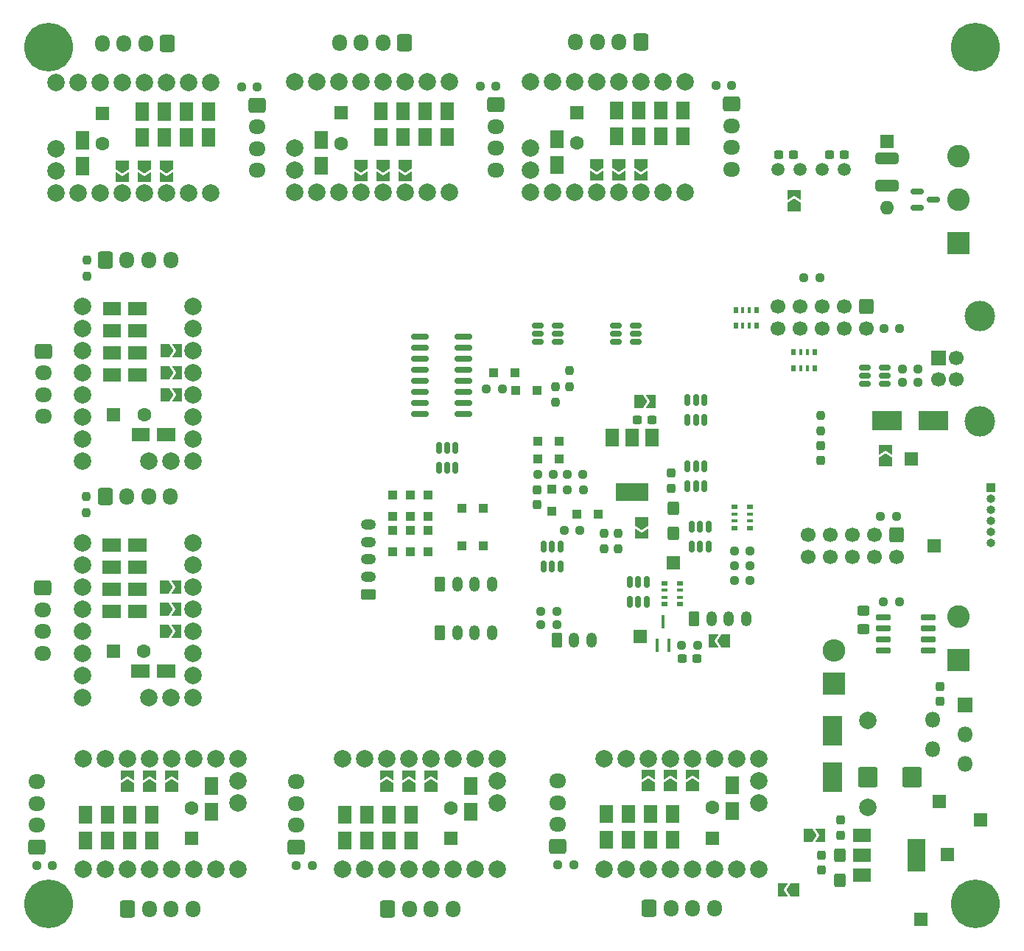
<source format=gbr>
%TF.GenerationSoftware,KiCad,Pcbnew,6.0.10*%
%TF.CreationDate,2023-03-14T21:17:13+03:00*%
%TF.ProjectId,multistepper,6d756c74-6973-4746-9570-7065722e6b69,rev?*%
%TF.SameCoordinates,Original*%
%TF.FileFunction,Soldermask,Bot*%
%TF.FilePolarity,Negative*%
%FSLAX46Y46*%
G04 Gerber Fmt 4.6, Leading zero omitted, Abs format (unit mm)*
G04 Created by KiCad (PCBNEW 6.0.10) date 2023-03-14 21:17:13*
%MOMM*%
%LPD*%
G01*
G04 APERTURE LIST*
G04 Aperture macros list*
%AMRoundRect*
0 Rectangle with rounded corners*
0 $1 Rounding radius*
0 $2 $3 $4 $5 $6 $7 $8 $9 X,Y pos of 4 corners*
0 Add a 4 corners polygon primitive as box body*
4,1,4,$2,$3,$4,$5,$6,$7,$8,$9,$2,$3,0*
0 Add four circle primitives for the rounded corners*
1,1,$1+$1,$2,$3*
1,1,$1+$1,$4,$5*
1,1,$1+$1,$6,$7*
1,1,$1+$1,$8,$9*
0 Add four rect primitives between the rounded corners*
20,1,$1+$1,$2,$3,$4,$5,0*
20,1,$1+$1,$4,$5,$6,$7,0*
20,1,$1+$1,$6,$7,$8,$9,0*
20,1,$1+$1,$8,$9,$2,$3,0*%
%AMFreePoly0*
4,1,6,1.000000,0.000000,0.500000,-0.750000,-0.500000,-0.750000,-0.500000,0.750000,0.500000,0.750000,1.000000,0.000000,1.000000,0.000000,$1*%
%AMFreePoly1*
4,1,6,0.500000,-0.750000,-0.650000,-0.750000,-0.150000,0.000000,-0.650000,0.750000,0.500000,0.750000,0.500000,-0.750000,0.500000,-0.750000,$1*%
G04 Aperture macros list end*
%ADD10RoundRect,0.250000X0.600000X0.725000X-0.600000X0.725000X-0.600000X-0.725000X0.600000X-0.725000X0*%
%ADD11O,1.700000X1.950000*%
%ADD12RoundRect,0.250000X-0.725000X0.600000X-0.725000X-0.600000X0.725000X-0.600000X0.725000X0.600000X0*%
%ADD13O,1.950000X1.700000*%
%ADD14RoundRect,0.250000X0.625000X-0.350000X0.625000X0.350000X-0.625000X0.350000X-0.625000X-0.350000X0*%
%ADD15O,1.750000X1.200000*%
%ADD16RoundRect,0.250000X-0.600000X0.600000X-0.600000X-0.600000X0.600000X-0.600000X0.600000X0.600000X0*%
%ADD17C,1.700000*%
%ADD18RoundRect,0.250000X0.725000X-0.600000X0.725000X0.600000X-0.725000X0.600000X-0.725000X-0.600000X0*%
%ADD19C,5.600000*%
%ADD20R,1.600000X1.600000*%
%ADD21O,1.600000X1.600000*%
%ADD22C,1.600000*%
%ADD23RoundRect,0.250000X-0.350000X-0.625000X0.350000X-0.625000X0.350000X0.625000X-0.350000X0.625000X0*%
%ADD24O,1.200000X1.750000*%
%ADD25RoundRect,0.250000X-0.600000X-0.725000X0.600000X-0.725000X0.600000X0.725000X-0.600000X0.725000X0*%
%ADD26C,2.000000*%
%ADD27R,2.600000X2.600000*%
%ADD28C,2.600000*%
%ADD29R,1.500000X1.500000*%
%ADD30R,1.000000X1.000000*%
%ADD31O,1.000000X1.000000*%
%ADD32C,1.500000*%
%ADD33O,2.600000X2.600000*%
%ADD34R,1.800000X1.800000*%
%ADD35O,1.800000X1.800000*%
%ADD36R,1.700000X1.700000*%
%ADD37C,3.500000*%
%ADD38RoundRect,0.150000X-0.512500X-0.150000X0.512500X-0.150000X0.512500X0.150000X-0.512500X0.150000X0*%
%ADD39FreePoly0,90.000000*%
%ADD40FreePoly0,270.000000*%
%ADD41FreePoly1,90.000000*%
%ADD42FreePoly0,180.000000*%
%ADD43FreePoly0,0.000000*%
%ADD44FreePoly1,0.000000*%
%ADD45RoundRect,0.237500X-0.250000X-0.237500X0.250000X-0.237500X0.250000X0.237500X-0.250000X0.237500X0*%
%ADD46FreePoly1,270.000000*%
%ADD47RoundRect,0.250000X-0.425000X0.537500X-0.425000X-0.537500X0.425000X-0.537500X0.425000X0.537500X0*%
%ADD48R,0.500000X0.800000*%
%ADD49R,0.400000X0.800000*%
%ADD50R,0.800000X0.500000*%
%ADD51R,0.800000X0.400000*%
%ADD52RoundRect,0.150000X-0.587500X-0.150000X0.587500X-0.150000X0.587500X0.150000X-0.587500X0.150000X0*%
%ADD53RoundRect,0.150000X-0.150000X0.512500X-0.150000X-0.512500X0.150000X-0.512500X0.150000X0.512500X0*%
%ADD54RoundRect,0.237500X0.250000X0.237500X-0.250000X0.237500X-0.250000X-0.237500X0.250000X-0.237500X0*%
%ADD55RoundRect,0.237500X-0.237500X0.300000X-0.237500X-0.300000X0.237500X-0.300000X0.237500X0.300000X0*%
%ADD56RoundRect,0.150000X0.825000X0.150000X-0.825000X0.150000X-0.825000X-0.150000X0.825000X-0.150000X0*%
%ADD57RoundRect,0.150000X0.512500X0.150000X-0.512500X0.150000X-0.512500X-0.150000X0.512500X-0.150000X0*%
%ADD58RoundRect,0.237500X-0.237500X0.250000X-0.237500X-0.250000X0.237500X-0.250000X0.237500X0.250000X0*%
%ADD59RoundRect,0.237500X0.300000X0.237500X-0.300000X0.237500X-0.300000X-0.237500X0.300000X-0.237500X0*%
%ADD60RoundRect,0.237500X0.237500X-0.250000X0.237500X0.250000X-0.237500X0.250000X-0.237500X-0.250000X0*%
%ADD61RoundRect,0.250000X0.450000X-0.325000X0.450000X0.325000X-0.450000X0.325000X-0.450000X-0.325000X0*%
%ADD62FreePoly1,180.000000*%
%ADD63R,2.300000X3.500000*%
%ADD64RoundRect,0.237500X0.237500X-0.300000X0.237500X0.300000X-0.237500X0.300000X-0.237500X-0.300000X0*%
%ADD65R,2.000000X1.500000*%
%ADD66R,2.000000X3.800000*%
%ADD67R,3.500000X2.300000*%
%ADD68RoundRect,0.237500X-0.300000X-0.237500X0.300000X-0.237500X0.300000X0.237500X-0.300000X0.237500X0*%
%ADD69RoundRect,0.250000X-0.875000X-0.925000X0.875000X-0.925000X0.875000X0.925000X-0.875000X0.925000X0*%
%ADD70R,0.450000X1.500000*%
%ADD71RoundRect,0.150000X-0.725000X-0.150000X0.725000X-0.150000X0.725000X0.150000X-0.725000X0.150000X0*%
%ADD72R,1.500000X2.000000*%
%ADD73R,3.800000X2.000000*%
%ADD74RoundRect,0.250000X-1.075000X0.400000X-1.075000X-0.400000X1.075000X-0.400000X1.075000X0.400000X0*%
G04 APERTURE END LIST*
D10*
%TO.C,J17*%
X99921075Y-41501827D03*
D11*
X97421075Y-41501827D03*
X94921075Y-41501827D03*
X92421075Y-41501827D03*
%TD*%
D12*
%TO.C,J12*%
X58374000Y-76974000D03*
D13*
X58374000Y-79474000D03*
X58374000Y-81974000D03*
X58374000Y-84474000D03*
%TD*%
D14*
%TO.C,J6*%
X95758000Y-104902000D03*
D15*
X95758000Y-102902000D03*
X95758000Y-100902000D03*
X95758000Y-98902000D03*
X95758000Y-96902000D03*
%TD*%
D16*
%TO.C,J2*%
X152958800Y-71840700D03*
D17*
X152958800Y-74380700D03*
X150418800Y-71840700D03*
X150418800Y-74380700D03*
X147878800Y-71840700D03*
X147878800Y-74380700D03*
X145338800Y-71840700D03*
X145338800Y-74380700D03*
X142798800Y-71840700D03*
X142798800Y-74380700D03*
%TD*%
D18*
%TO.C,J22*%
X87466000Y-133934000D03*
D13*
X87466000Y-131434000D03*
X87466000Y-128934000D03*
X87466000Y-126434000D03*
%TD*%
D19*
%TO.C,H4*%
X165500000Y-140500000D03*
%TD*%
D20*
%TO.C,SW3*%
X155295600Y-52832000D03*
D21*
X155295600Y-60452000D03*
%TD*%
D20*
%TO.C,C24*%
X105246000Y-132978000D03*
D22*
X105246000Y-129478000D03*
%TD*%
D23*
%TO.C,J5*%
X103934000Y-103733600D03*
D24*
X105934000Y-103733600D03*
X107934000Y-103733600D03*
X109934000Y-103733600D03*
%TD*%
D25*
%TO.C,J11*%
X65500000Y-66500000D03*
D11*
X68000000Y-66500000D03*
X70500000Y-66500000D03*
X73000000Y-66500000D03*
%TD*%
D26*
%TO.C,XX5*%
X140640000Y-123774000D03*
X138100000Y-123774000D03*
X135560000Y-123774000D03*
X133020000Y-123774000D03*
X130480000Y-123774000D03*
X127940000Y-123774000D03*
X125400000Y-123774000D03*
X122860000Y-123774000D03*
X122860000Y-136474000D03*
X125400000Y-136474000D03*
X127940000Y-136474000D03*
X130480000Y-136474000D03*
X133020000Y-136474000D03*
X135560000Y-136474000D03*
X138100000Y-136474000D03*
X140640000Y-136474000D03*
X140640000Y-126314000D03*
X140640000Y-128854000D03*
%TD*%
D23*
%TO.C,J13*%
X117380000Y-110194000D03*
D24*
X119380000Y-110194000D03*
X121380000Y-110194000D03*
%TD*%
D26*
%TO.C,XX8*%
X75572000Y-116801600D03*
X75572000Y-114261600D03*
X75572000Y-111721600D03*
X75572000Y-109181600D03*
X75572000Y-106641600D03*
X75572000Y-104101600D03*
X75572000Y-101561600D03*
X75572000Y-99021600D03*
X62872000Y-99021600D03*
X62872000Y-101561600D03*
X62872000Y-104101600D03*
X62872000Y-106641600D03*
X62872000Y-109181600D03*
X62872000Y-111721600D03*
X62872000Y-114261600D03*
X62872000Y-116801600D03*
X73032000Y-116801600D03*
X70492000Y-116801600D03*
%TD*%
%TO.C,XX3*%
X87281075Y-58727827D03*
X89821075Y-58727827D03*
X92361075Y-58727827D03*
X94901075Y-58727827D03*
X97441075Y-58727827D03*
X99981075Y-58727827D03*
X102521075Y-58727827D03*
X105061075Y-58727827D03*
X105061075Y-46027827D03*
X102521075Y-46027827D03*
X99981075Y-46027827D03*
X97441075Y-46027827D03*
X94901075Y-46027827D03*
X92361075Y-46027827D03*
X89821075Y-46027827D03*
X87281075Y-46027827D03*
X87281075Y-56187827D03*
X87281075Y-53647827D03*
%TD*%
D27*
%TO.C,J10*%
X163576000Y-112482000D03*
D28*
X163576000Y-107482000D03*
%TD*%
D16*
%TO.C,J3*%
X156464000Y-98044000D03*
D17*
X156464000Y-100584000D03*
X153924000Y-98044000D03*
X153924000Y-100584000D03*
X151384000Y-98044000D03*
X151384000Y-100584000D03*
X148844000Y-98044000D03*
X148844000Y-100584000D03*
X146304000Y-98044000D03*
X146304000Y-100584000D03*
%TD*%
D29*
%TO.C,TP3*%
X166090600Y-130860800D03*
%TD*%
D30*
%TO.C,J1*%
X167258600Y-92608400D03*
D31*
X167258600Y-93878400D03*
X167258600Y-95148400D03*
X167258600Y-96418400D03*
X167258600Y-97688400D03*
X167258600Y-98958400D03*
%TD*%
D18*
%TO.C,J24*%
X57604925Y-133934000D03*
D13*
X57604925Y-131434000D03*
X57604925Y-128934000D03*
X57604925Y-126434000D03*
%TD*%
D19*
%TO.C,H1*%
X59000000Y-42000000D03*
%TD*%
D20*
%TO.C,C23*%
X135306000Y-132918000D03*
D22*
X135306000Y-129418000D03*
%TD*%
D10*
%TO.C,J19*%
X127026450Y-41440000D03*
D11*
X124526450Y-41440000D03*
X122026450Y-41440000D03*
X119526450Y-41440000D03*
%TD*%
D29*
%TO.C,TP2*%
X159258000Y-142240000D03*
%TD*%
D12*
%TO.C,J14*%
X82974000Y-48689654D03*
D13*
X82974000Y-51189654D03*
X82974000Y-53689654D03*
X82974000Y-56189654D03*
%TD*%
D19*
%TO.C,H3*%
X59000000Y-140500000D03*
%TD*%
D25*
%TO.C,J23*%
X97940000Y-141060000D03*
D11*
X100440000Y-141060000D03*
X102940000Y-141060000D03*
X105440000Y-141060000D03*
%TD*%
D25*
%TO.C,J25*%
X68078925Y-141060000D03*
D11*
X70578925Y-141060000D03*
X73078925Y-141060000D03*
X75578925Y-141060000D03*
%TD*%
D26*
%TO.C,XX4*%
X114386450Y-58666000D03*
X116926450Y-58666000D03*
X119466450Y-58666000D03*
X122006450Y-58666000D03*
X124546450Y-58666000D03*
X127086450Y-58666000D03*
X129626450Y-58666000D03*
X132166450Y-58666000D03*
X132166450Y-45966000D03*
X129626450Y-45966000D03*
X127086450Y-45966000D03*
X124546450Y-45966000D03*
X122006450Y-45966000D03*
X119466450Y-45966000D03*
X116926450Y-45966000D03*
X114386450Y-45966000D03*
X114386450Y-56126000D03*
X114386450Y-53586000D03*
%TD*%
D19*
%TO.C,H2*%
X165500000Y-42000000D03*
%TD*%
D25*
%TO.C,J21*%
X128000000Y-141000000D03*
D11*
X130500000Y-141000000D03*
X133000000Y-141000000D03*
X135500000Y-141000000D03*
%TD*%
D20*
%TO.C,C21*%
X92615075Y-49583827D03*
D22*
X92615075Y-53083827D03*
%TD*%
D20*
%TO.C,C22*%
X119720450Y-49522000D03*
D22*
X119720450Y-53022000D03*
%TD*%
D12*
%TO.C,J18*%
X137500450Y-48566000D03*
D13*
X137500450Y-51066000D03*
X137500450Y-53566000D03*
X137500450Y-56066000D03*
%TD*%
D32*
%TO.C,Q1*%
X142798800Y-56083200D03*
X145338800Y-56083200D03*
X147878800Y-56083200D03*
X150418800Y-56083200D03*
%TD*%
D26*
%TO.C,XX6*%
X110580000Y-123834000D03*
X108040000Y-123834000D03*
X105500000Y-123834000D03*
X102960000Y-123834000D03*
X100420000Y-123834000D03*
X97880000Y-123834000D03*
X95340000Y-123834000D03*
X92800000Y-123834000D03*
X92800000Y-136534000D03*
X95340000Y-136534000D03*
X97880000Y-136534000D03*
X100420000Y-136534000D03*
X102960000Y-136534000D03*
X105500000Y-136534000D03*
X108040000Y-136534000D03*
X110580000Y-136534000D03*
X110580000Y-126374000D03*
X110580000Y-128914000D03*
%TD*%
D27*
%TO.C,D26*%
X149250400Y-115194400D03*
D33*
X149250400Y-111384400D03*
%TD*%
D29*
%TO.C,TP6*%
X127000000Y-109728000D03*
%TD*%
D20*
%TO.C,C19*%
X66456000Y-84280000D03*
D22*
X69956000Y-84280000D03*
%TD*%
D34*
%TO.C,U5*%
X164287200Y-117602000D03*
D35*
X160587200Y-119302000D03*
X164287200Y-121002000D03*
X160587200Y-122702000D03*
X164287200Y-124402000D03*
%TD*%
D12*
%TO.C,J27*%
X58346000Y-104161600D03*
D13*
X58346000Y-106661600D03*
X58346000Y-109161600D03*
X58346000Y-111661600D03*
%TD*%
D23*
%TO.C,J7*%
X133144000Y-107704800D03*
D24*
X135144000Y-107704800D03*
X137144000Y-107704800D03*
X139144000Y-107704800D03*
%TD*%
D29*
%TO.C,TP4*%
X161366200Y-128701800D03*
%TD*%
D10*
%TO.C,J15*%
X72644000Y-41563654D03*
D11*
X70144000Y-41563654D03*
X67644000Y-41563654D03*
X65144000Y-41563654D03*
%TD*%
D26*
%TO.C,L1*%
X153162000Y-129409200D03*
X153162000Y-119409200D03*
%TD*%
D20*
%TO.C,C20*%
X65194000Y-49645654D03*
D22*
X65194000Y-53145654D03*
%TD*%
D26*
%TO.C,XX2*%
X59860000Y-58789654D03*
X62400000Y-58789654D03*
X64940000Y-58789654D03*
X67480000Y-58789654D03*
X70020000Y-58789654D03*
X72560000Y-58789654D03*
X75100000Y-58789654D03*
X77640000Y-58789654D03*
X77640000Y-46089654D03*
X75100000Y-46089654D03*
X72560000Y-46089654D03*
X70020000Y-46089654D03*
X67480000Y-46089654D03*
X64940000Y-46089654D03*
X62400000Y-46089654D03*
X59860000Y-46089654D03*
X59860000Y-56249654D03*
X59860000Y-53709654D03*
%TD*%
D27*
%TO.C,J9*%
X163576000Y-64516000D03*
D28*
X163576000Y-59516000D03*
X163576000Y-54516000D03*
%TD*%
D20*
%TO.C,C25*%
X75384925Y-132978000D03*
D22*
X75384925Y-129478000D03*
%TD*%
D26*
%TO.C,XX7*%
X80718925Y-123834000D03*
X78178925Y-123834000D03*
X75638925Y-123834000D03*
X73098925Y-123834000D03*
X70558925Y-123834000D03*
X68018925Y-123834000D03*
X65478925Y-123834000D03*
X62938925Y-123834000D03*
X62938925Y-136534000D03*
X65478925Y-136534000D03*
X68018925Y-136534000D03*
X70558925Y-136534000D03*
X73098925Y-136534000D03*
X75638925Y-136534000D03*
X78178925Y-136534000D03*
X80718925Y-136534000D03*
X80718925Y-126374000D03*
X80718925Y-128914000D03*
%TD*%
D25*
%TO.C,J26*%
X65472000Y-93687600D03*
D11*
X67972000Y-93687600D03*
X70472000Y-93687600D03*
X72972000Y-93687600D03*
%TD*%
D23*
%TO.C,J4*%
X103934000Y-109321600D03*
D24*
X105934000Y-109321600D03*
X107934000Y-109321600D03*
X109934000Y-109321600D03*
%TD*%
D18*
%TO.C,J20*%
X117526000Y-133874000D03*
D13*
X117526000Y-131374000D03*
X117526000Y-128874000D03*
X117526000Y-126374000D03*
%TD*%
D12*
%TO.C,J16*%
X110395075Y-48627827D03*
D13*
X110395075Y-51127827D03*
X110395075Y-53627827D03*
X110395075Y-56127827D03*
%TD*%
D29*
%TO.C,TP8*%
X162255200Y-134823200D03*
%TD*%
%TO.C,TP5*%
X130810000Y-101244400D03*
%TD*%
D20*
%TO.C,C26*%
X66428000Y-111467600D03*
D22*
X69928000Y-111467600D03*
%TD*%
D26*
%TO.C,XX1*%
X75600000Y-89614000D03*
X75600000Y-87074000D03*
X75600000Y-84534000D03*
X75600000Y-81994000D03*
X75600000Y-79454000D03*
X75600000Y-76914000D03*
X75600000Y-74374000D03*
X75600000Y-71834000D03*
X62900000Y-71834000D03*
X62900000Y-74374000D03*
X62900000Y-76914000D03*
X62900000Y-79454000D03*
X62900000Y-81994000D03*
X62900000Y-84534000D03*
X62900000Y-87074000D03*
X62900000Y-89614000D03*
X73060000Y-89614000D03*
X70520000Y-89614000D03*
%TD*%
D36*
%TO.C,J8*%
X161290000Y-77730000D03*
D17*
X161290000Y-80230000D03*
X163290000Y-80230000D03*
X163290000Y-77730000D03*
D37*
X166000000Y-72960000D03*
X166000000Y-85000000D03*
%TD*%
D29*
%TO.C,TP1*%
X158167500Y-89348000D03*
%TD*%
D38*
%TO.C,D3*%
X115189000Y-75880000D03*
X115189000Y-74930000D03*
X115189000Y-73980000D03*
X117464000Y-73980000D03*
X117464000Y-74930000D03*
X117464000Y-75880000D03*
%TD*%
D29*
%TO.C,JP36*%
X126832450Y-49592000D03*
X126832450Y-51992000D03*
D39*
X126832450Y-52792000D03*
D40*
X126832450Y-48792000D03*
%TD*%
D29*
%TO.C,JP51*%
X100674000Y-132908000D03*
X100674000Y-130508000D03*
D40*
X100674000Y-129708000D03*
D39*
X100674000Y-133708000D03*
%TD*%
%TO.C,JP1*%
X144627600Y-60364200D03*
D41*
X144627600Y-58914200D03*
%TD*%
D29*
%TO.C,JP42*%
X137592000Y-129546000D03*
X137592000Y-127146000D03*
D40*
X137592000Y-126346000D03*
D39*
X137592000Y-130346000D03*
%TD*%
D29*
%TO.C,JP67*%
X68898000Y-106895600D03*
X66498000Y-106895600D03*
D42*
X69698000Y-106895600D03*
D43*
X65698000Y-106895600D03*
%TD*%
D39*
%TO.C,JP46*%
X130480000Y-127039000D03*
D41*
X130480000Y-125589000D03*
%TD*%
D29*
%TO.C,JP64*%
X66498000Y-101815600D03*
X68898000Y-101815600D03*
D42*
X69698000Y-101815600D03*
D43*
X65698000Y-101815600D03*
%TD*%
D29*
%TO.C,JP26*%
X90329075Y-52955827D03*
X90329075Y-55355827D03*
D39*
X90329075Y-56155827D03*
D40*
X90329075Y-52155827D03*
%TD*%
D29*
%TO.C,JP18*%
X62908000Y-55417654D03*
X62908000Y-53017654D03*
D39*
X62908000Y-56217654D03*
D40*
X62908000Y-52217654D03*
%TD*%
D43*
%TO.C,JP5*%
X126833800Y-82753200D03*
D44*
X128283800Y-82753200D03*
%TD*%
D45*
%TO.C,R5*%
X137771500Y-103276400D03*
X139596500Y-103276400D03*
%TD*%
D29*
%TO.C,TP7*%
X160731200Y-99314000D03*
%TD*%
D40*
%TO.C,JP38*%
X124546450Y-55401000D03*
D46*
X124546450Y-56851000D03*
%TD*%
D45*
%TO.C,R8*%
X118213500Y-97536000D03*
X120038500Y-97536000D03*
%TD*%
%TO.C,R12*%
X118619900Y-92913200D03*
X120444900Y-92913200D03*
%TD*%
D47*
%TO.C,C28*%
X149910800Y-134874000D03*
X149910800Y-137749000D03*
%TD*%
D30*
%TO.C,D20*%
X116840000Y-95331600D03*
X116840000Y-92831600D03*
%TD*%
%TO.C,D23*%
X112623600Y-81483200D03*
X115123600Y-81483200D03*
%TD*%
D43*
%TO.C,JP7*%
X146239400Y-132588000D03*
D44*
X147689400Y-132588000D03*
%TD*%
D48*
%TO.C,RN3*%
X147021400Y-78903400D03*
D49*
X146221400Y-78903400D03*
X145421400Y-78903400D03*
D48*
X144621400Y-78903400D03*
X144621400Y-77103400D03*
D49*
X145421400Y-77103400D03*
X146221400Y-77103400D03*
D48*
X147021400Y-77103400D03*
%TD*%
D40*
%TO.C,JP29*%
X94901075Y-55462827D03*
D46*
X94901075Y-56912827D03*
%TD*%
D43*
%TO.C,JP70*%
X72307000Y-106641600D03*
D44*
X73757000Y-106641600D03*
%TD*%
D30*
%TO.C,D10*%
X100584000Y-100056000D03*
X100584000Y-97556000D03*
%TD*%
%TO.C,D17*%
X100584000Y-95992000D03*
X100584000Y-93492000D03*
%TD*%
D29*
%TO.C,JP49*%
X93054000Y-130508000D03*
X93054000Y-132908000D03*
D40*
X93054000Y-129708000D03*
D39*
X93054000Y-133708000D03*
%TD*%
D29*
%TO.C,JP27*%
X97187075Y-49653827D03*
X97187075Y-52053827D03*
D39*
X97187075Y-52853827D03*
D40*
X97187075Y-48853827D03*
%TD*%
D29*
%TO.C,JP50*%
X107532000Y-127206000D03*
X107532000Y-129606000D03*
D40*
X107532000Y-126406000D03*
D39*
X107532000Y-130406000D03*
%TD*%
D50*
%TO.C,RN4*%
X137784000Y-97262800D03*
D51*
X137784000Y-96462800D03*
X137784000Y-95662800D03*
D50*
X137784000Y-94862800D03*
X139584000Y-94862800D03*
D51*
X139584000Y-95662800D03*
X139584000Y-96462800D03*
D50*
X139584000Y-97262800D03*
%TD*%
D29*
%TO.C,JP24*%
X102267075Y-52053827D03*
X102267075Y-49653827D03*
D39*
X102267075Y-52853827D03*
D40*
X102267075Y-48853827D03*
%TD*%
D52*
%TO.C,D24*%
X158828500Y-60487600D03*
X158828500Y-58587600D03*
X160703500Y-59537600D03*
%TD*%
D53*
%TO.C,D4*%
X103850400Y-88067300D03*
X104800400Y-88067300D03*
X105750400Y-88067300D03*
X105750400Y-90342300D03*
X104800400Y-90342300D03*
X103850400Y-90342300D03*
%TD*%
D43*
%TO.C,JP15*%
X72335000Y-76914000D03*
D44*
X73785000Y-76914000D03*
%TD*%
D54*
%TO.C,R16*%
X158900500Y-80524000D03*
X157075500Y-80524000D03*
%TD*%
D45*
%TO.C,R6*%
X109272700Y-81280000D03*
X111097700Y-81280000D03*
%TD*%
D29*
%TO.C,JP10*%
X72228000Y-86566000D03*
X69828000Y-86566000D03*
D42*
X73028000Y-86566000D03*
D43*
X69028000Y-86566000D03*
%TD*%
%TO.C,JP13*%
X72335000Y-81994000D03*
D44*
X73785000Y-81994000D03*
%TD*%
D55*
%TO.C,C29*%
X147828000Y-134875100D03*
X147828000Y-136600100D03*
%TD*%
D29*
%TO.C,JP8*%
X66526000Y-74628000D03*
X68926000Y-74628000D03*
D42*
X69726000Y-74628000D03*
D43*
X65726000Y-74628000D03*
%TD*%
D54*
%TO.C,R34*%
X147622900Y-68503800D03*
X145797900Y-68503800D03*
%TD*%
D56*
%TO.C,U7*%
X106615000Y-75311000D03*
X106615000Y-76581000D03*
X106615000Y-77851000D03*
X106615000Y-79121000D03*
X106615000Y-80391000D03*
X106615000Y-81661000D03*
X106615000Y-82931000D03*
X106615000Y-84201000D03*
X101665000Y-84201000D03*
X101665000Y-82931000D03*
X101665000Y-81661000D03*
X101665000Y-80391000D03*
X101665000Y-79121000D03*
X101665000Y-77851000D03*
X101665000Y-76581000D03*
X101665000Y-75311000D03*
%TD*%
D30*
%TO.C,D12*%
X106446000Y-99314000D03*
X108946000Y-99314000D03*
%TD*%
D57*
%TO.C,D2*%
X126492000Y-73980000D03*
X126492000Y-74930000D03*
X126492000Y-75880000D03*
X124217000Y-75880000D03*
X124217000Y-74930000D03*
X124217000Y-73980000D03*
%TD*%
D29*
%TO.C,JP66*%
X69800000Y-113753600D03*
X72200000Y-113753600D03*
D42*
X73000000Y-113753600D03*
D43*
X69000000Y-113753600D03*
%TD*%
D29*
%TO.C,JP48*%
X95594000Y-132908000D03*
X95594000Y-130508000D03*
D40*
X95594000Y-129708000D03*
D39*
X95594000Y-133708000D03*
%TD*%
D57*
%TO.C,U3*%
X155061500Y-78812000D03*
X155061500Y-79762000D03*
X155061500Y-80712000D03*
X152786500Y-80712000D03*
X152786500Y-79762000D03*
X152786500Y-78812000D03*
%TD*%
D45*
%TO.C,R28*%
X135671650Y-46423200D03*
X137496650Y-46423200D03*
%TD*%
D39*
%TO.C,JP63*%
X68018925Y-127099000D03*
D41*
X68018925Y-125649000D03*
%TD*%
D58*
%TO.C,R37*%
X124434600Y-97868100D03*
X124434600Y-99693100D03*
%TD*%
D30*
%TO.C,D19*%
X108946000Y-94996000D03*
X106446000Y-94996000D03*
%TD*%
D45*
%TO.C,R26*%
X81145200Y-46546854D03*
X82970200Y-46546854D03*
%TD*%
D29*
%TO.C,JP17*%
X77386000Y-49715654D03*
X77386000Y-52115654D03*
D39*
X77386000Y-52915654D03*
D40*
X77386000Y-48915654D03*
%TD*%
D45*
%TO.C,R27*%
X108566275Y-46485027D03*
X110391275Y-46485027D03*
%TD*%
D39*
%TO.C,JP45*%
X133020000Y-127039000D03*
D41*
X133020000Y-125589000D03*
%TD*%
D29*
%TO.C,JP25*%
X104807075Y-52053827D03*
X104807075Y-49653827D03*
D39*
X104807075Y-52853827D03*
D40*
X104807075Y-48853827D03*
%TD*%
D59*
%TO.C,C10*%
X144575700Y-54356000D03*
X142850700Y-54356000D03*
%TD*%
D60*
%TO.C,R32*%
X63329200Y-95516400D03*
X63329200Y-93691400D03*
%TD*%
D30*
%TO.C,D9*%
X98552000Y-100056000D03*
X98552000Y-97556000D03*
%TD*%
%TO.C,D15*%
X110103600Y-79400400D03*
X112603600Y-79400400D03*
%TD*%
D29*
%TO.C,JP28*%
X99727075Y-49653827D03*
X99727075Y-52053827D03*
D39*
X99727075Y-52853827D03*
D40*
X99727075Y-48853827D03*
%TD*%
D61*
%TO.C,D25*%
X152654000Y-108873400D03*
X152654000Y-106823400D03*
%TD*%
D45*
%TO.C,R19*%
X154941900Y-105765600D03*
X156766900Y-105765600D03*
%TD*%
D40*
%TO.C,JP37*%
X122006450Y-55401000D03*
D46*
X122006450Y-56851000D03*
%TD*%
D30*
%TO.C,D21*%
X115183600Y-89306400D03*
X117683600Y-89306400D03*
%TD*%
D29*
%TO.C,JP19*%
X69766000Y-49715654D03*
X69766000Y-52115654D03*
D39*
X69766000Y-52915654D03*
D40*
X69766000Y-48915654D03*
%TD*%
D54*
%TO.C,R7*%
X116992400Y-91084400D03*
X115167400Y-91084400D03*
%TD*%
D48*
%TO.C,RN1*%
X137941200Y-72201200D03*
D49*
X138741200Y-72201200D03*
X139541200Y-72201200D03*
D48*
X140341200Y-72201200D03*
X140341200Y-74001200D03*
D49*
X139541200Y-74001200D03*
X138741200Y-74001200D03*
D48*
X137941200Y-74001200D03*
%TD*%
D42*
%TO.C,JP4*%
X136804400Y-110236000D03*
D62*
X135354400Y-110236000D03*
%TD*%
D53*
%TO.C,D7*%
X132908000Y-97160500D03*
X133858000Y-97160500D03*
X134808000Y-97160500D03*
X134808000Y-99435500D03*
X133858000Y-99435500D03*
X132908000Y-99435500D03*
%TD*%
D29*
%TO.C,JP32*%
X129372450Y-51992000D03*
X129372450Y-49592000D03*
D39*
X129372450Y-52792000D03*
D40*
X129372450Y-48792000D03*
%TD*%
D39*
%TO.C,JP2*%
X155197900Y-89703600D03*
D41*
X155197900Y-88253600D03*
%TD*%
D29*
%TO.C,JP35*%
X124292450Y-49592000D03*
X124292450Y-51992000D03*
D39*
X124292450Y-52792000D03*
D40*
X124292450Y-48792000D03*
%TD*%
D63*
%TO.C,D27*%
X149098000Y-120548400D03*
X149098000Y-125948400D03*
%TD*%
D39*
%TO.C,JP61*%
X73098925Y-127099000D03*
D41*
X73098925Y-125649000D03*
%TD*%
D40*
%TO.C,JP3*%
X127101600Y-96557000D03*
D46*
X127101600Y-98007000D03*
%TD*%
D29*
%TO.C,JP58*%
X77670925Y-129606000D03*
X77670925Y-127206000D03*
D40*
X77670925Y-126406000D03*
D39*
X77670925Y-130406000D03*
%TD*%
D29*
%TO.C,JP44*%
X128194000Y-132848000D03*
X128194000Y-130448000D03*
D40*
X128194000Y-129648000D03*
D39*
X128194000Y-133648000D03*
%TD*%
D30*
%TO.C,D11*%
X102616000Y-100056000D03*
X102616000Y-97556000D03*
%TD*%
D43*
%TO.C,JP14*%
X72335000Y-79454000D03*
D44*
X73785000Y-79454000D03*
%TD*%
D40*
%TO.C,JP39*%
X127086450Y-55401000D03*
D46*
X127086450Y-56851000D03*
%TD*%
D54*
%TO.C,R30*%
X89294800Y-136076800D03*
X87469800Y-136076800D03*
%TD*%
D29*
%TO.C,JP57*%
X63192925Y-130508000D03*
X63192925Y-132908000D03*
D40*
X63192925Y-129708000D03*
D39*
X63192925Y-133708000D03*
%TD*%
D64*
%TO.C,C27*%
X150012400Y-132586900D03*
X150012400Y-130861900D03*
%TD*%
D29*
%TO.C,JP40*%
X125654000Y-130448000D03*
X125654000Y-132848000D03*
D40*
X125654000Y-129648000D03*
D39*
X125654000Y-133648000D03*
%TD*%
D59*
%TO.C,C11*%
X150418800Y-54356000D03*
X148693800Y-54356000D03*
%TD*%
D40*
%TO.C,JP30*%
X97441075Y-55462827D03*
D46*
X97441075Y-56912827D03*
%TD*%
D40*
%TO.C,JP21*%
X67480000Y-55524654D03*
D46*
X67480000Y-56974654D03*
%TD*%
D64*
%TO.C,C13*%
X161442400Y-117194500D03*
X161442400Y-115469500D03*
%TD*%
D40*
%TO.C,JP23*%
X72560000Y-55524654D03*
D46*
X72560000Y-56974654D03*
%TD*%
D65*
%TO.C,U8*%
X152450000Y-137174000D03*
X152450000Y-134874000D03*
D66*
X158750000Y-134874000D03*
D65*
X152450000Y-132574000D03*
%TD*%
D29*
%TO.C,JP20*%
X72306000Y-49715654D03*
X72306000Y-52115654D03*
D39*
X72306000Y-52915654D03*
D40*
X72306000Y-48915654D03*
%TD*%
D29*
%TO.C,JP12*%
X68926000Y-77168000D03*
X66526000Y-77168000D03*
D42*
X69726000Y-77168000D03*
D43*
X65726000Y-77168000D03*
%TD*%
D53*
%TO.C,D6*%
X125796000Y-103510500D03*
X126746000Y-103510500D03*
X127696000Y-103510500D03*
X127696000Y-105785500D03*
X126746000Y-105785500D03*
X125796000Y-105785500D03*
%TD*%
D54*
%TO.C,R17*%
X158900500Y-79000000D03*
X157075500Y-79000000D03*
%TD*%
D67*
%TO.C,D22*%
X155296000Y-84923000D03*
X160696000Y-84923000D03*
%TD*%
D68*
%TO.C,C12*%
X131776300Y-112318800D03*
X133501300Y-112318800D03*
%TD*%
D47*
%TO.C,C16*%
X130810000Y-94980900D03*
X130810000Y-97855900D03*
%TD*%
D64*
%TO.C,C18*%
X130505200Y-92708900D03*
X130505200Y-90983900D03*
%TD*%
D40*
%TO.C,JP22*%
X70020000Y-55524654D03*
D46*
X70020000Y-56974654D03*
%TD*%
D60*
%TO.C,R22*%
X118872000Y-81026000D03*
X118872000Y-79201000D03*
%TD*%
D30*
%TO.C,D16*%
X98552000Y-95992000D03*
X98552000Y-93492000D03*
%TD*%
D42*
%TO.C,JP6*%
X144743000Y-138836400D03*
D62*
X143293000Y-138836400D03*
%TD*%
D54*
%TO.C,R31*%
X59433725Y-136076800D03*
X57608725Y-136076800D03*
%TD*%
D30*
%TO.C,D13*%
X122174000Y-95656400D03*
X119674000Y-95656400D03*
%TD*%
D29*
%TO.C,JP56*%
X65732925Y-132908000D03*
X65732925Y-130508000D03*
D40*
X65732925Y-129708000D03*
D39*
X65732925Y-133708000D03*
%TD*%
D29*
%TO.C,JP60*%
X68272925Y-130508000D03*
X68272925Y-132908000D03*
D40*
X68272925Y-129708000D03*
D39*
X68272925Y-133708000D03*
%TD*%
D29*
%TO.C,JP65*%
X68898000Y-99275600D03*
X66498000Y-99275600D03*
D42*
X69698000Y-99275600D03*
D43*
X65698000Y-99275600D03*
%TD*%
D53*
%TO.C,D1*%
X132433000Y-82561000D03*
X133383000Y-82561000D03*
X134333000Y-82561000D03*
X134333000Y-84836000D03*
X133383000Y-84836000D03*
X132433000Y-84836000D03*
%TD*%
D30*
%TO.C,D18*%
X102616000Y-95992000D03*
X102616000Y-93492000D03*
%TD*%
D45*
%TO.C,R15*%
X137771500Y-101600000D03*
X139596500Y-101600000D03*
%TD*%
D29*
%TO.C,JP41*%
X123114000Y-132848000D03*
X123114000Y-130448000D03*
D40*
X123114000Y-129648000D03*
D39*
X123114000Y-133648000D03*
%TD*%
D60*
%TO.C,R1*%
X147726400Y-86154900D03*
X147726400Y-84329900D03*
%TD*%
D39*
%TO.C,JP55*%
X97880000Y-127099000D03*
D41*
X97880000Y-125649000D03*
%TD*%
D69*
%TO.C,C17*%
X153101200Y-125933200D03*
X158201200Y-125933200D03*
%TD*%
D53*
%TO.C,D8*%
X132433000Y-90181000D03*
X133383000Y-90181000D03*
X134333000Y-90181000D03*
X134333000Y-92456000D03*
X133383000Y-92456000D03*
X132433000Y-92456000D03*
%TD*%
D64*
%TO.C,C8*%
X115112800Y-94588500D03*
X115112800Y-92863500D03*
%TD*%
D39*
%TO.C,JP54*%
X100420000Y-127099000D03*
D41*
X100420000Y-125649000D03*
%TD*%
D50*
%TO.C,RN2*%
X131557600Y-103651200D03*
D51*
X131557600Y-104451200D03*
X131557600Y-105251200D03*
D50*
X131557600Y-106051200D03*
X129757600Y-106051200D03*
D51*
X129757600Y-105251200D03*
X129757600Y-104451200D03*
D50*
X129757600Y-103651200D03*
%TD*%
D54*
%TO.C,R29*%
X119354800Y-136016800D03*
X117529800Y-136016800D03*
%TD*%
D29*
%TO.C,JP33*%
X131912450Y-49592000D03*
X131912450Y-51992000D03*
D39*
X131912450Y-52792000D03*
D40*
X131912450Y-48792000D03*
%TD*%
D59*
%TO.C,C15*%
X128319700Y-84836000D03*
X126594700Y-84836000D03*
%TD*%
D29*
%TO.C,JP16*%
X74846000Y-49715654D03*
X74846000Y-52115654D03*
D39*
X74846000Y-52915654D03*
D40*
X74846000Y-48915654D03*
%TD*%
D53*
%TO.C,D5*%
X115890000Y-99446500D03*
X116840000Y-99446500D03*
X117790000Y-99446500D03*
X117790000Y-101721500D03*
X116840000Y-101721500D03*
X115890000Y-101721500D03*
%TD*%
D55*
%TO.C,C3*%
X147726400Y-87783500D03*
X147726400Y-89508500D03*
%TD*%
D45*
%TO.C,R20*%
X131726300Y-110744000D03*
X133551300Y-110744000D03*
%TD*%
D58*
%TO.C,R21*%
X122809000Y-97868100D03*
X122809000Y-99693100D03*
%TD*%
D54*
%TO.C,R4*%
X156436700Y-95986600D03*
X154611700Y-95986600D03*
%TD*%
D45*
%TO.C,R3*%
X154967300Y-74345800D03*
X156792300Y-74345800D03*
%TD*%
D39*
%TO.C,JP47*%
X127940000Y-127039000D03*
D41*
X127940000Y-125589000D03*
%TD*%
D54*
%TO.C,R13*%
X120394100Y-91084400D03*
X118569100Y-91084400D03*
%TD*%
D40*
%TO.C,JP31*%
X99981075Y-55462827D03*
D46*
X99981075Y-56912827D03*
%TD*%
D58*
%TO.C,R38*%
X117271800Y-81027900D03*
X117271800Y-82852900D03*
%TD*%
D30*
%TO.C,D14*%
X117683600Y-87274400D03*
X115183600Y-87274400D03*
%TD*%
D70*
%TO.C,U4*%
X130240800Y-110753200D03*
X128940800Y-110753200D03*
X129590800Y-108093200D03*
%TD*%
D71*
%TO.C,Q2*%
X154905000Y-111379000D03*
X154905000Y-110109000D03*
X154905000Y-108839000D03*
X154905000Y-107569000D03*
X160055000Y-107569000D03*
X160055000Y-108839000D03*
X160055000Y-110109000D03*
X160055000Y-111379000D03*
%TD*%
D29*
%TO.C,JP59*%
X70812925Y-130508000D03*
X70812925Y-132908000D03*
D40*
X70812925Y-129708000D03*
D39*
X70812925Y-133708000D03*
%TD*%
D45*
%TO.C,R24*%
X115571900Y-108407200D03*
X117396900Y-108407200D03*
%TD*%
D29*
%TO.C,JP34*%
X117434450Y-55294000D03*
X117434450Y-52894000D03*
D39*
X117434450Y-56094000D03*
D40*
X117434450Y-52094000D03*
%TD*%
D29*
%TO.C,JP43*%
X130734000Y-130448000D03*
X130734000Y-132848000D03*
D40*
X130734000Y-129648000D03*
D39*
X130734000Y-133648000D03*
%TD*%
D45*
%TO.C,R14*%
X137771500Y-99923600D03*
X139596500Y-99923600D03*
%TD*%
D29*
%TO.C,JP68*%
X68898000Y-104355600D03*
X66498000Y-104355600D03*
D42*
X69698000Y-104355600D03*
D43*
X65698000Y-104355600D03*
%TD*%
D45*
%TO.C,R25*%
X115571900Y-106883200D03*
X117396900Y-106883200D03*
%TD*%
D72*
%TO.C,U6*%
X123734800Y-86868000D03*
D73*
X126034800Y-93168000D03*
D72*
X126034800Y-86868000D03*
X128334800Y-86868000D03*
%TD*%
D43*
%TO.C,JP71*%
X72307000Y-104101600D03*
D44*
X73757000Y-104101600D03*
%TD*%
D43*
%TO.C,JP69*%
X72307000Y-109181600D03*
D44*
X73757000Y-109181600D03*
%TD*%
D39*
%TO.C,JP62*%
X70558925Y-127099000D03*
D41*
X70558925Y-125649000D03*
%TD*%
D74*
%TO.C,R18*%
X155295600Y-54838000D03*
X155295600Y-57938000D03*
%TD*%
D29*
%TO.C,JP11*%
X68926000Y-79708000D03*
X66526000Y-79708000D03*
D42*
X69726000Y-79708000D03*
D43*
X65726000Y-79708000D03*
%TD*%
D29*
%TO.C,JP52*%
X98134000Y-132908000D03*
X98134000Y-130508000D03*
D40*
X98134000Y-129708000D03*
D39*
X98134000Y-133708000D03*
%TD*%
D60*
%TO.C,R23*%
X63357200Y-68328800D03*
X63357200Y-66503800D03*
%TD*%
D29*
%TO.C,JP9*%
X68926000Y-72088000D03*
X66526000Y-72088000D03*
D42*
X69726000Y-72088000D03*
D43*
X65726000Y-72088000D03*
%TD*%
D39*
%TO.C,JP53*%
X102960000Y-127099000D03*
D41*
X102960000Y-125649000D03*
%TD*%
M02*

</source>
